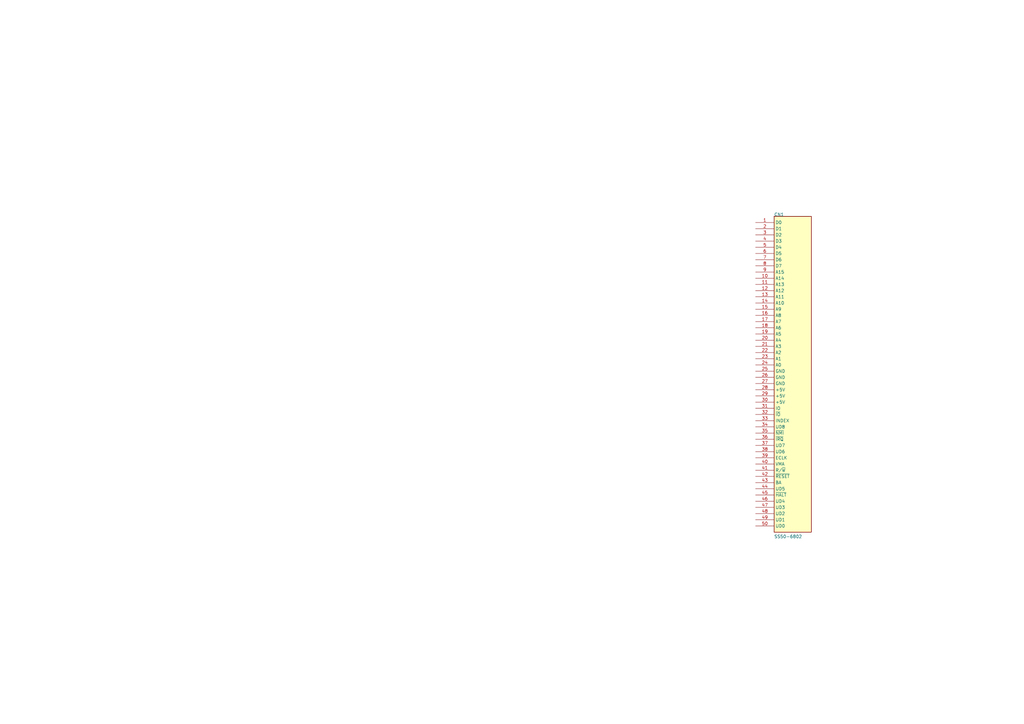
<source format=kicad_sch>
(kicad_sch (version 20231120) (generator "eeschema") (generator_version "8.0")
  (paper "A3")
  (lib_symbols
    (symbol "SS50-6802-altium-import:root_0_SS50-02-100"
      (symbol "root_0_SS50-02-100_1_0"
        (rectangle (start 22.86 0) (end 7.62 -129.54) (stroke (width 0.254) (color 128 0 0 1)) (fill (type background)))
        (pin bidirectional line (at 0 -2.54 0) (length 7.62) (name "D0") (number "1"))
        (pin bidirectional line (at 0 -25.4 0) (length 7.62) (name "A14") (number "10"))
        (pin bidirectional line (at 0 -27.94 0) (length 7.62) (name "A13") (number "11"))
        (pin bidirectional line (at 0 -30.48 0) (length 7.62) (name "A12") (number "12"))
        (pin bidirectional line (at 0 -33.02 0) (length 7.62) (name "A11") (number "13"))
        (pin bidirectional line (at 0 -35.56 0) (length 7.62) (name "A10") (number "14"))
        (pin bidirectional line (at 0 -38.1 0) (length 7.62) (name "A9") (number "15"))
        (pin bidirectional line (at 0 -40.64 0) (length 7.62) (name "A8") (number "16"))
        (pin bidirectional line (at 0 -43.18 0) (length 7.62) (name "A7") (number "17"))
        (pin bidirectional line (at 0 -45.72 0) (length 7.62) (name "A6") (number "18"))
        (pin bidirectional line (at 0 -48.26 0) (length 7.62) (name "A5") (number "19"))
        (pin bidirectional line (at 0 -5.08 0) (length 7.62) (name "D1") (number "2"))
        (pin bidirectional line (at 0 -50.8 0) (length 7.62) (name "A4") (number "20"))
        (pin bidirectional line (at 0 -53.34 0) (length 7.62) (name "A3") (number "21"))
        (pin bidirectional line (at 0 -55.88 0) (length 7.62) (name "A2") (number "22"))
        (pin bidirectional line (at 0 -58.42 0) (length 7.62) (name "A1") (number "23"))
        (pin bidirectional line (at 0 -60.96 0) (length 7.62) (name "A0") (number "24"))
        (pin power_in line (at 0 -63.5 0) (length 7.62) (name "GND") (number "25"))
        (pin power_in line (at 0 -66.04 0) (length 7.62) (name "GND") (number "26"))
        (pin power_in line (at 0 -68.58 0) (length 7.62) (name "GND") (number "27"))
        (pin power_in line (at 0 -71.12 0) (length 7.62) (name "+5V") (number "28"))
        (pin power_in line (at 0 -73.66 0) (length 7.62) (name "+5V") (number "29"))
        (pin bidirectional line (at 0 -7.62 0) (length 7.62) (name "D2") (number "3"))
        (pin power_in line (at 0 -76.2 0) (length 7.62) (name "+5V") (number "30"))
        (pin input line (at 0 -78.74 0) (length 7.62) (name "IO") (number "31"))
        (pin input line (at 0 -81.28 0) (length 7.62) (name "~{IO}") (number "32"))
        (pin passive line (at 0 -83.82 0) (length 7.62) (name "INDEX") (number "33"))
        (pin bidirectional line (at 0 -86.36 0) (length 7.62) (name "UD8") (number "34"))
        (pin bidirectional line (at 0 -88.9 0) (length 7.62) (name "~{NMI}") (number "35"))
        (pin bidirectional line (at 0 -91.44 0) (length 7.62) (name "~{IRQ}") (number "36"))
        (pin passive line (at 0 -93.98 0) (length 7.62) (name "UD7") (number "37"))
        (pin passive line (at 0 -96.52 0) (length 7.62) (name "UD6") (number "38"))
        (pin bidirectional line (at 0 -99.06 0) (length 7.62) (name "ECLK") (number "39"))
        (pin bidirectional line (at 0 -10.16 0) (length 7.62) (name "D3") (number "4"))
        (pin bidirectional line (at 0 -101.6 0) (length 7.62) (name "VMA") (number "40"))
        (pin bidirectional line (at 0 -104.14 0) (length 7.62) (name "R/~{W}") (number "41"))
        (pin bidirectional line (at 0 -106.68 0) (length 7.62) (name "~{RESET}") (number "42"))
        (pin bidirectional line (at 0 -109.22 0) (length 7.62) (name "BA") (number "43"))
        (pin bidirectional line (at 0 -111.76 0) (length 7.62) (name "UD5") (number "44"))
        (pin bidirectional line (at 0 -114.3 0) (length 7.62) (name "~{HALT}") (number "45"))
        (pin bidirectional line (at 0 -116.84 0) (length 7.62) (name "UD4") (number "46"))
        (pin bidirectional line (at 0 -119.38 0) (length 7.62) (name "UD3") (number "47"))
        (pin bidirectional line (at 0 -121.92 0) (length 7.62) (name "UD2") (number "48"))
        (pin bidirectional line (at 0 -124.46 0) (length 7.62) (name "UD1") (number "49"))
        (pin bidirectional line (at 0 -12.7 0) (length 7.62) (name "D4") (number "5"))
        (pin bidirectional line (at 0 -127 0) (length 7.62) (name "UD0") (number "50"))
        (pin bidirectional line (at 0 -15.24 0) (length 7.62) (name "D5") (number "6"))
        (pin bidirectional line (at 0 -17.78 0) (length 7.62) (name "D6") (number "7"))
        (pin bidirectional line (at 0 -20.32 0) (length 7.62) (name "D7") (number "8"))
        (pin bidirectional line (at 0 -22.86 0) (length 7.62) (name "A15") (number "9"))
      )
    )
  )
  (symbol (lib_id "SS50-6802-altium-import:root_0_SS50-02-100") (at 309.88 88.7222 0) (unit 1)
    (property "Reference" "CN1" (at 317.5 88.7222 0) (effects (justify left bottom)))
    (property "Value" "SS50-6802" (at 317.5 220.8022 0) (effects (justify left bottom)))
  )
)
</source>
